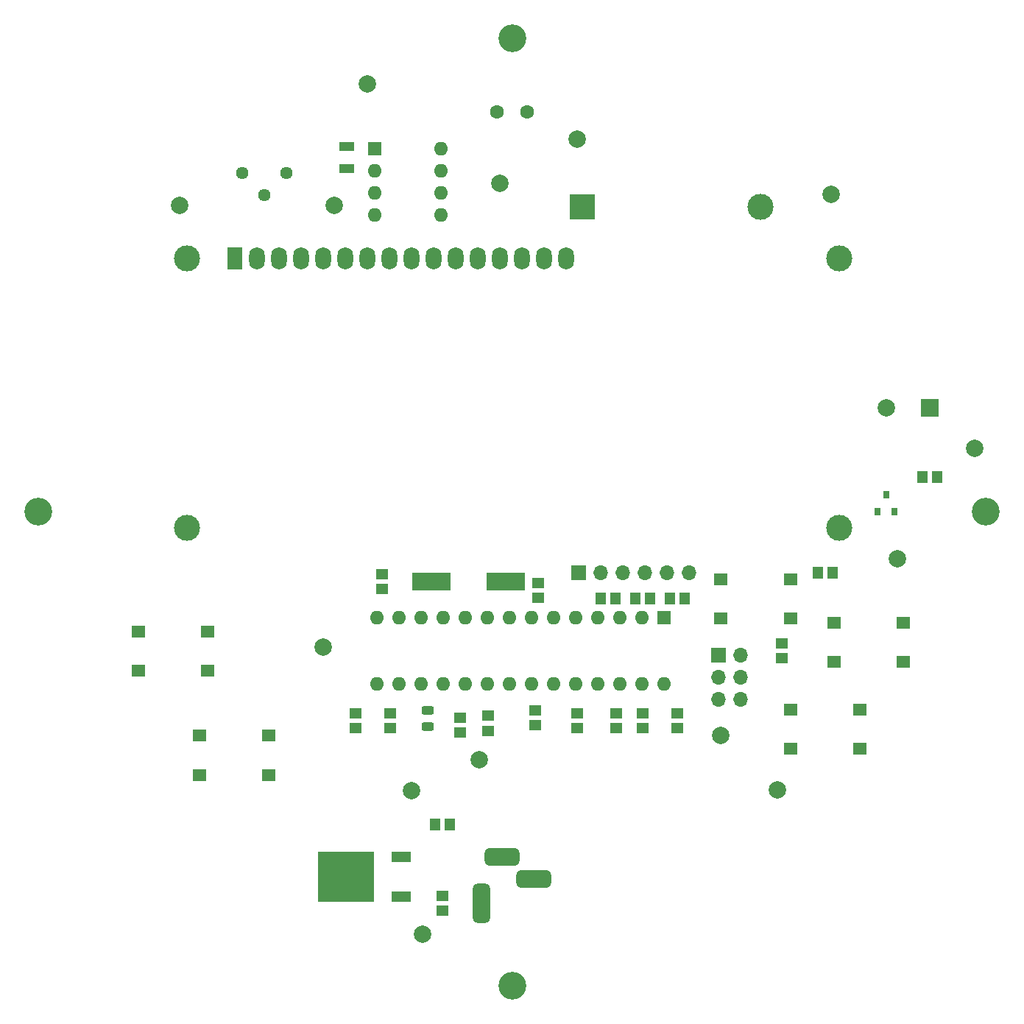
<source format=gbr>
%TF.GenerationSoftware,KiCad,Pcbnew,(6.0.5)*%
%TF.CreationDate,2022-07-21T09:59:54-05:00*%
%TF.ProjectId,First Round Clock,46697273-7420-4526-9f75-6e6420436c6f,rev?*%
%TF.SameCoordinates,PX3dc4fd0PYa381e90*%
%TF.FileFunction,Soldermask,Top*%
%TF.FilePolarity,Negative*%
%FSLAX46Y46*%
G04 Gerber Fmt 4.6, Leading zero omitted, Abs format (unit mm)*
G04 Created by KiCad (PCBNEW (6.0.5)) date 2022-07-21 09:59:54*
%MOMM*%
%LPD*%
G01*
G04 APERTURE LIST*
G04 Aperture macros list*
%AMRoundRect*
0 Rectangle with rounded corners*
0 $1 Rounding radius*
0 $2 $3 $4 $5 $6 $7 $8 $9 X,Y pos of 4 corners*
0 Add a 4 corners polygon primitive as box body*
4,1,4,$2,$3,$4,$5,$6,$7,$8,$9,$2,$3,0*
0 Add four circle primitives for the rounded corners*
1,1,$1+$1,$2,$3*
1,1,$1+$1,$4,$5*
1,1,$1+$1,$6,$7*
1,1,$1+$1,$8,$9*
0 Add four rect primitives between the rounded corners*
20,1,$1+$1,$2,$3,$4,$5,0*
20,1,$1+$1,$4,$5,$6,$7,0*
20,1,$1+$1,$6,$7,$8,$9,0*
20,1,$1+$1,$8,$9,$2,$3,0*%
G04 Aperture macros list end*
%ADD10C,3.200000*%
%ADD11R,1.400000X1.150000*%
%ADD12R,1.600000X1.400000*%
%ADD13R,4.500000X2.000000*%
%ADD14R,1.800000X1.000000*%
%ADD15C,2.000000*%
%ADD16R,2.200000X1.200000*%
%ADD17R,6.400000X5.800000*%
%ADD18R,1.150000X1.400000*%
%ADD19R,0.800000X0.900000*%
%ADD20C,1.600000*%
%ADD21RoundRect,0.243750X0.456250X-0.243750X0.456250X0.243750X-0.456250X0.243750X-0.456250X-0.243750X0*%
%ADD22R,1.700000X1.700000*%
%ADD23O,1.700000X1.700000*%
%ADD24R,1.600000X1.600000*%
%ADD25O,1.600000X1.600000*%
%ADD26C,3.000000*%
%ADD27R,1.800000X2.600000*%
%ADD28O,1.800000X2.600000*%
%ADD29RoundRect,0.500000X-0.500000X1.750000X-0.500000X-1.750000X0.500000X-1.750000X0.500000X1.750000X0*%
%ADD30RoundRect,0.500000X-1.500000X-0.500000X1.500000X-0.500000X1.500000X0.500000X-1.500000X0.500000X0*%
%ADD31R,2.000000X2.000000*%
%ADD32R,3.000000X3.000000*%
%ADD33C,1.440000*%
G04 APERTURE END LIST*
D10*
%TO.C,H4*%
X30730000Y71450000D03*
%TD*%
D11*
%TO.C,R14*%
X92710000Y46600000D03*
X92710000Y48300000D03*
%TD*%
D12*
%TO.C,SW4*%
X57230000Y41200000D03*
X49230000Y41200000D03*
X57230000Y45700000D03*
X49230000Y45700000D03*
%TD*%
D13*
%TO.C,Y1*%
X75980000Y63450000D03*
X84480000Y63450000D03*
%TD*%
D14*
%TO.C,Y2*%
X66230000Y110950000D03*
X66230000Y113450000D03*
%TD*%
D15*
%TO.C,TP14*%
X115697000Y39446200D03*
%TD*%
D16*
%TO.C,U1*%
X72430000Y27170000D03*
D17*
X66130000Y29450000D03*
D16*
X72430000Y31730000D03*
%TD*%
D11*
%TO.C,R13*%
X71230000Y46600000D03*
X71230000Y48300000D03*
%TD*%
D18*
%TO.C,R1*%
X99380000Y61450000D03*
X101080000Y61450000D03*
%TD*%
%TO.C,C1*%
X103380000Y61450000D03*
X105080000Y61450000D03*
%TD*%
D11*
%TO.C,C6*%
X70230000Y64300000D03*
X70230000Y62600000D03*
%TD*%
D15*
%TO.C,TP9*%
X129540000Y66040000D03*
%TD*%
%TO.C,TP11*%
X46990000Y106680000D03*
%TD*%
D11*
%TO.C,R7*%
X116230000Y54600000D03*
X116230000Y56300000D03*
%TD*%
D19*
%TO.C,Q1*%
X127280000Y71450000D03*
X129180000Y71450000D03*
X128230000Y73450000D03*
%TD*%
D11*
%TO.C,C5*%
X82423000Y47980600D03*
X82423000Y46280600D03*
%TD*%
D12*
%TO.C,SW1*%
X109230000Y63700000D03*
X117230000Y63700000D03*
X109230000Y59200000D03*
X117230000Y59200000D03*
%TD*%
D11*
%TO.C,R3*%
X104230000Y46600000D03*
X104230000Y48300000D03*
%TD*%
D15*
%TO.C,TP15*%
X64770000Y106680000D03*
%TD*%
D20*
%TO.C,R9*%
X86905000Y117450000D03*
X83505000Y117450000D03*
%TD*%
D15*
%TO.C,TP5*%
X83820000Y109220000D03*
%TD*%
%TO.C,TP1*%
X138430000Y78740000D03*
%TD*%
%TO.C,TP12*%
X81432400Y42951400D03*
%TD*%
D21*
%TO.C,D1*%
X75539600Y46766000D03*
X75539600Y48641000D03*
%TD*%
D18*
%TO.C,R5*%
X132380000Y75450000D03*
X134080000Y75450000D03*
%TD*%
D15*
%TO.C,TP8*%
X109220000Y45720000D03*
%TD*%
%TO.C,TP7*%
X73660000Y39370000D03*
%TD*%
D11*
%TO.C,R6*%
X79248000Y46089200D03*
X79248000Y47789200D03*
%TD*%
%TO.C,R4*%
X100230000Y48300000D03*
X100230000Y46600000D03*
%TD*%
D10*
%TO.C,H3*%
X139730000Y71450000D03*
%TD*%
D11*
%TO.C,C3*%
X77230000Y25600000D03*
X77230000Y27300000D03*
%TD*%
D22*
%TO.C,J2*%
X92880000Y64450000D03*
D23*
X95420000Y64450000D03*
X97960000Y64450000D03*
X100500000Y64450000D03*
X103040000Y64450000D03*
X105580000Y64450000D03*
%TD*%
D10*
%TO.C,H2*%
X85230000Y16950000D03*
%TD*%
D11*
%TO.C,C2*%
X88230000Y63300000D03*
X88230000Y61600000D03*
%TD*%
D24*
%TO.C,U3*%
X69430000Y113250000D03*
D25*
X69430000Y110710000D03*
X69430000Y108170000D03*
X69430000Y105630000D03*
X77050000Y105630000D03*
X77050000Y108170000D03*
X77050000Y110710000D03*
X77050000Y113250000D03*
%TD*%
D10*
%TO.C,H1*%
X85230000Y125950000D03*
%TD*%
D12*
%TO.C,SW3*%
X125230000Y44200000D03*
X117230000Y44200000D03*
X125230000Y48700000D03*
X117230000Y48700000D03*
%TD*%
D11*
%TO.C,R10*%
X97230000Y48300000D03*
X97230000Y46600000D03*
%TD*%
D15*
%TO.C,TP16*%
X68580000Y120650000D03*
%TD*%
D18*
%TO.C,R2*%
X95380000Y61450000D03*
X97080000Y61450000D03*
%TD*%
D15*
%TO.C,TP2*%
X63500000Y55880000D03*
%TD*%
%TO.C,TP10*%
X92710000Y114300000D03*
%TD*%
D22*
%TO.C,J3*%
X108955000Y54975000D03*
D23*
X111495000Y54975000D03*
X108955000Y52435000D03*
X111495000Y52435000D03*
X108955000Y49895000D03*
X111495000Y49895000D03*
%TD*%
D15*
%TO.C,TP6*%
X121920000Y107950000D03*
%TD*%
D11*
%TO.C,R11*%
X67230000Y46600000D03*
X67230000Y48300000D03*
%TD*%
D18*
%TO.C,C4*%
X76380000Y35450000D03*
X78080000Y35450000D03*
%TD*%
D15*
%TO.C,TP3*%
X74930000Y22860000D03*
%TD*%
D12*
%TO.C,SW2*%
X50230000Y53200000D03*
X42230000Y53200000D03*
X50230000Y57700000D03*
X42230000Y57700000D03*
%TD*%
%TO.C,SW5*%
X130230000Y54200000D03*
X122230000Y54200000D03*
X130230000Y58700000D03*
X122230000Y58700000D03*
%TD*%
D26*
%TO.C,DS1*%
X47870300Y100625300D03*
X122869400Y100625300D03*
X122868880Y69624600D03*
X47870300Y69624600D03*
D27*
X53369400Y100625300D03*
D28*
X55909400Y100625300D03*
X58449400Y100625300D03*
X60989400Y100625300D03*
X63529400Y100625300D03*
X66069400Y100625300D03*
X68609400Y100625300D03*
X71149400Y100625300D03*
X73689400Y100625300D03*
X76229400Y100625300D03*
X78769400Y100625300D03*
X81309400Y100625300D03*
X83849400Y100625300D03*
X86389400Y100625300D03*
X88929400Y100625300D03*
X91469400Y100625300D03*
%TD*%
D24*
%TO.C,U2*%
X102730000Y59250000D03*
D25*
X100190000Y59250000D03*
X97650000Y59250000D03*
X95110000Y59250000D03*
X92570000Y59250000D03*
X90030000Y59250000D03*
X87490000Y59250000D03*
X84950000Y59250000D03*
X82410000Y59250000D03*
X79870000Y59250000D03*
X77330000Y59250000D03*
X74790000Y59250000D03*
X72250000Y59250000D03*
X69710000Y59250000D03*
X69710000Y51630000D03*
X72250000Y51630000D03*
X74790000Y51630000D03*
X77330000Y51630000D03*
X79870000Y51630000D03*
X82410000Y51630000D03*
X84950000Y51630000D03*
X87490000Y51630000D03*
X90030000Y51630000D03*
X92570000Y51630000D03*
X95110000Y51630000D03*
X97650000Y51630000D03*
X100190000Y51630000D03*
X102730000Y51630000D03*
%TD*%
D18*
%TO.C,R8*%
X120380000Y64450000D03*
X122080000Y64450000D03*
%TD*%
D11*
%TO.C,R12*%
X87884000Y46902000D03*
X87884000Y48602000D03*
%TD*%
D29*
%TO.C,J1*%
X81730000Y26450000D03*
D30*
X84030000Y31750000D03*
X87730000Y29250000D03*
%TD*%
D31*
%TO.C,BZ1*%
X133230000Y83450000D03*
D15*
X128230000Y83450000D03*
%TD*%
D32*
%TO.C,BT1*%
X93288314Y106553000D03*
D26*
X113778314Y106553000D03*
%TD*%
D33*
%TO.C,RV1*%
X59230000Y110450000D03*
X56690000Y107910000D03*
X54150000Y110450000D03*
%TD*%
M02*

</source>
